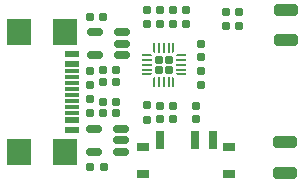
<source format=gtp>
%TF.GenerationSoftware,KiCad,Pcbnew,(6.0.9)*%
%TF.CreationDate,2023-06-25T00:46:12+02:00*%
%TF.ProjectId,keyring_beerclock,6b657972-696e-4675-9f62-656572636c6f,rev?*%
%TF.SameCoordinates,Original*%
%TF.FileFunction,Paste,Top*%
%TF.FilePolarity,Positive*%
%FSLAX46Y46*%
G04 Gerber Fmt 4.6, Leading zero omitted, Abs format (unit mm)*
G04 Created by KiCad (PCBNEW (6.0.9)) date 2023-06-25 00:46:12*
%MOMM*%
%LPD*%
G01*
G04 APERTURE LIST*
G04 Aperture macros list*
%AMRoundRect*
0 Rectangle with rounded corners*
0 $1 Rounding radius*
0 $2 $3 $4 $5 $6 $7 $8 $9 X,Y pos of 4 corners*
0 Add a 4 corners polygon primitive as box body*
4,1,4,$2,$3,$4,$5,$6,$7,$8,$9,$2,$3,0*
0 Add four circle primitives for the rounded corners*
1,1,$1+$1,$2,$3*
1,1,$1+$1,$4,$5*
1,1,$1+$1,$6,$7*
1,1,$1+$1,$8,$9*
0 Add four rect primitives between the rounded corners*
20,1,$1+$1,$2,$3,$4,$5,0*
20,1,$1+$1,$4,$5,$6,$7,0*
20,1,$1+$1,$6,$7,$8,$9,0*
20,1,$1+$1,$8,$9,$2,$3,0*%
%AMFreePoly0*
4,1,14,0.334644,0.085355,0.385355,0.034644,0.400000,-0.000711,0.400000,-0.050000,0.385355,-0.085355,0.350000,-0.100000,-0.350000,-0.100000,-0.385355,-0.085355,-0.400000,-0.050000,-0.400000,0.050000,-0.385355,0.085355,-0.350000,0.100000,0.299289,0.100000,0.334644,0.085355,0.334644,0.085355,$1*%
%AMFreePoly1*
4,1,14,0.385355,0.085355,0.400000,0.050000,0.400000,0.000711,0.385355,-0.034644,0.334644,-0.085355,0.299289,-0.100000,-0.350000,-0.100000,-0.385355,-0.085355,-0.400000,-0.050000,-0.400000,0.050000,-0.385355,0.085355,-0.350000,0.100000,0.350000,0.100000,0.385355,0.085355,0.385355,0.085355,$1*%
%AMFreePoly2*
4,1,14,0.085355,0.385355,0.100000,0.350000,0.100000,-0.350000,0.085355,-0.385355,0.050000,-0.400000,-0.050000,-0.400000,-0.085355,-0.385355,-0.100000,-0.350000,-0.100000,0.299289,-0.085355,0.334644,-0.034644,0.385355,0.000711,0.400000,0.050000,0.400000,0.085355,0.385355,0.085355,0.385355,$1*%
%AMFreePoly3*
4,1,14,0.034644,0.385355,0.085355,0.334644,0.100000,0.299289,0.100000,-0.350000,0.085355,-0.385355,0.050000,-0.400000,-0.050000,-0.400000,-0.085355,-0.385355,-0.100000,-0.350000,-0.100000,0.350000,-0.085355,0.385355,-0.050000,0.400000,-0.000711,0.400000,0.034644,0.385355,0.034644,0.385355,$1*%
%AMFreePoly4*
4,1,14,0.385355,0.085355,0.400000,0.050000,0.400000,-0.050000,0.385355,-0.085355,0.350000,-0.100000,-0.299289,-0.100000,-0.334644,-0.085355,-0.385355,-0.034644,-0.400000,0.000711,-0.400000,0.050000,-0.385355,0.085355,-0.350000,0.100000,0.350000,0.100000,0.385355,0.085355,0.385355,0.085355,$1*%
%AMFreePoly5*
4,1,14,0.385355,0.085355,0.400000,0.050000,0.400000,-0.050000,0.385355,-0.085355,0.350000,-0.100000,-0.350000,-0.100000,-0.385355,-0.085355,-0.400000,-0.050000,-0.400000,-0.000711,-0.385355,0.034644,-0.334644,0.085355,-0.299289,0.100000,0.350000,0.100000,0.385355,0.085355,0.385355,0.085355,$1*%
%AMFreePoly6*
4,1,14,0.085355,0.385355,0.100000,0.350000,0.100000,-0.299289,0.085355,-0.334644,0.034644,-0.385355,-0.000711,-0.400000,-0.050000,-0.400000,-0.085355,-0.385355,-0.100000,-0.350000,-0.100000,0.350000,-0.085355,0.385355,-0.050000,0.400000,0.050000,0.400000,0.085355,0.385355,0.085355,0.385355,$1*%
%AMFreePoly7*
4,1,14,0.085355,0.385355,0.100000,0.350000,0.100000,-0.350000,0.085355,-0.385355,0.050000,-0.400000,0.000711,-0.400000,-0.034644,-0.385355,-0.085355,-0.334644,-0.100000,-0.299289,-0.100000,0.350000,-0.085355,0.385355,-0.050000,0.400000,0.050000,0.400000,0.085355,0.385355,0.085355,0.385355,$1*%
G04 Aperture macros list end*
%ADD10RoundRect,0.250000X0.750000X-0.250000X0.750000X0.250000X-0.750000X0.250000X-0.750000X-0.250000X0*%
%ADD11R,1.000000X0.800000*%
%ADD12R,0.700000X1.500000*%
%ADD13RoundRect,0.150000X0.512500X0.150000X-0.512500X0.150000X-0.512500X-0.150000X0.512500X-0.150000X0*%
%ADD14RoundRect,0.155000X0.155000X-0.212500X0.155000X0.212500X-0.155000X0.212500X-0.155000X-0.212500X0*%
%ADD15RoundRect,0.172500X0.172500X0.172500X-0.172500X0.172500X-0.172500X-0.172500X0.172500X-0.172500X0*%
%ADD16FreePoly0,180.000000*%
%ADD17RoundRect,0.050000X0.350000X0.050000X-0.350000X0.050000X-0.350000X-0.050000X0.350000X-0.050000X0*%
%ADD18FreePoly1,180.000000*%
%ADD19FreePoly2,180.000000*%
%ADD20RoundRect,0.050000X0.050000X0.350000X-0.050000X0.350000X-0.050000X-0.350000X0.050000X-0.350000X0*%
%ADD21FreePoly3,180.000000*%
%ADD22FreePoly4,180.000000*%
%ADD23FreePoly5,180.000000*%
%ADD24FreePoly6,180.000000*%
%ADD25FreePoly7,180.000000*%
%ADD26RoundRect,0.155000X-0.212500X-0.155000X0.212500X-0.155000X0.212500X0.155000X-0.212500X0.155000X0*%
%ADD27RoundRect,0.160000X0.160000X-0.197500X0.160000X0.197500X-0.160000X0.197500X-0.160000X-0.197500X0*%
%ADD28RoundRect,0.160000X-0.160000X0.197500X-0.160000X-0.197500X0.160000X-0.197500X0.160000X0.197500X0*%
%ADD29RoundRect,0.155000X0.212500X0.155000X-0.212500X0.155000X-0.212500X-0.155000X0.212500X-0.155000X0*%
%ADD30RoundRect,0.160000X-0.197500X-0.160000X0.197500X-0.160000X0.197500X0.160000X-0.197500X0.160000X0*%
%ADD31RoundRect,0.155000X-0.155000X0.212500X-0.155000X-0.212500X0.155000X-0.212500X0.155000X0.212500X0*%
%ADD32R,1.150000X0.600000*%
%ADD33R,1.150000X0.300000*%
%ADD34R,2.000000X2.180000*%
G04 APERTURE END LIST*
D10*
%TO.C,J7*%
X153300000Y-68100000D03*
%TD*%
%TO.C,J6*%
X153300000Y-70660000D03*
%TD*%
%TO.C,J2*%
X153200000Y-79300000D03*
%TD*%
%TO.C,J1*%
X153200000Y-81860000D03*
%TD*%
D11*
%TO.C,SW1*%
X148520000Y-79720000D03*
X148520000Y-81930000D03*
X141220000Y-79720000D03*
X141220000Y-81930000D03*
D12*
X142620000Y-79070000D03*
X145620000Y-79070000D03*
X147120000Y-79070000D03*
%TD*%
D13*
%TO.C,U3*%
X139397500Y-71870000D03*
X139397500Y-70920000D03*
X139397500Y-69970000D03*
X137122500Y-69970000D03*
X137122500Y-71870000D03*
%TD*%
D14*
%TO.C,C12*%
X146085000Y-72092500D03*
X146085000Y-70957500D03*
%TD*%
%TO.C,C5*%
X143700000Y-68102975D03*
X143700000Y-69237975D03*
%TD*%
D15*
%TO.C,U4*%
X142545000Y-73145000D03*
X143395000Y-72295000D03*
X142545000Y-72295000D03*
X143395000Y-73145000D03*
D16*
X144420000Y-73520000D03*
D17*
X144420000Y-73120000D03*
X144420000Y-72720000D03*
X144420000Y-72320000D03*
D18*
X144420000Y-71920000D03*
D19*
X143770000Y-71270000D03*
D20*
X143370000Y-71270000D03*
X142970000Y-71270000D03*
X142570000Y-71270000D03*
D21*
X142170000Y-71270000D03*
D22*
X141520000Y-71920000D03*
D17*
X141520000Y-72320000D03*
X141520000Y-72720000D03*
X141520000Y-73120000D03*
D23*
X141520000Y-73520000D03*
D24*
X142170000Y-74170000D03*
D20*
X142570000Y-74170000D03*
X142970000Y-74170000D03*
X143370000Y-74170000D03*
D25*
X143770000Y-74170000D03*
%TD*%
D26*
%TO.C,C8*%
X136702500Y-68660000D03*
X137837500Y-68660000D03*
%TD*%
D14*
%TO.C,C2*%
X143700000Y-76189640D03*
X143700000Y-77324640D03*
%TD*%
D27*
%TO.C,R3*%
X141500000Y-76159640D03*
X141500000Y-77354640D03*
%TD*%
D14*
%TO.C,C6*%
X144800000Y-69237975D03*
X144800000Y-68102975D03*
%TD*%
D28*
%TO.C,R10*%
X136670000Y-75602500D03*
X136670000Y-76797500D03*
%TD*%
D29*
%TO.C,C4*%
X138927500Y-76840000D03*
X137792500Y-76840000D03*
%TD*%
D28*
%TO.C,R4*%
X141500000Y-68072975D03*
X141500000Y-69267975D03*
%TD*%
D27*
%TO.C,R11*%
X136670000Y-73242500D03*
X136670000Y-74437500D03*
%TD*%
D13*
%TO.C,U2*%
X139352500Y-80070000D03*
X139352500Y-79120000D03*
X139352500Y-78170000D03*
X137077500Y-78170000D03*
X137077500Y-80070000D03*
%TD*%
D29*
%TO.C,C10*%
X137792500Y-73200000D03*
X138927500Y-73200000D03*
%TD*%
D30*
%TO.C,R1*%
X136672500Y-81390000D03*
X137867500Y-81390000D03*
%TD*%
D14*
%TO.C,C1*%
X145700000Y-77324640D03*
X145700000Y-76189640D03*
%TD*%
D29*
%TO.C,C7*%
X137792500Y-75840000D03*
X138927500Y-75840000D03*
%TD*%
D27*
%TO.C,R8*%
X148210000Y-69477500D03*
X148210000Y-68282500D03*
%TD*%
D31*
%TO.C,C9*%
X142600000Y-77324640D03*
X142600000Y-76189640D03*
%TD*%
%TO.C,C11*%
X146085000Y-73257500D03*
X146085000Y-74392500D03*
%TD*%
D32*
%TO.C,J8*%
X135175000Y-71820000D03*
X135175000Y-78220000D03*
X135175000Y-72620000D03*
X135175000Y-77420000D03*
D33*
X135175000Y-73770000D03*
X135175000Y-74770000D03*
X135175000Y-75270000D03*
X135175000Y-76270000D03*
X135175000Y-76770000D03*
X135175000Y-75770000D03*
X135175000Y-74270000D03*
X135175000Y-73270000D03*
D34*
X130705000Y-80130000D03*
X130705000Y-69910000D03*
X134605000Y-80130000D03*
X134605000Y-69910000D03*
%TD*%
D27*
%TO.C,R2*%
X142600000Y-68072975D03*
X142600000Y-69267975D03*
%TD*%
D29*
%TO.C,C3*%
X138927500Y-74200000D03*
X137792500Y-74200000D03*
%TD*%
D28*
%TO.C,R9*%
X149330000Y-68282500D03*
X149330000Y-69477500D03*
%TD*%
M02*

</source>
